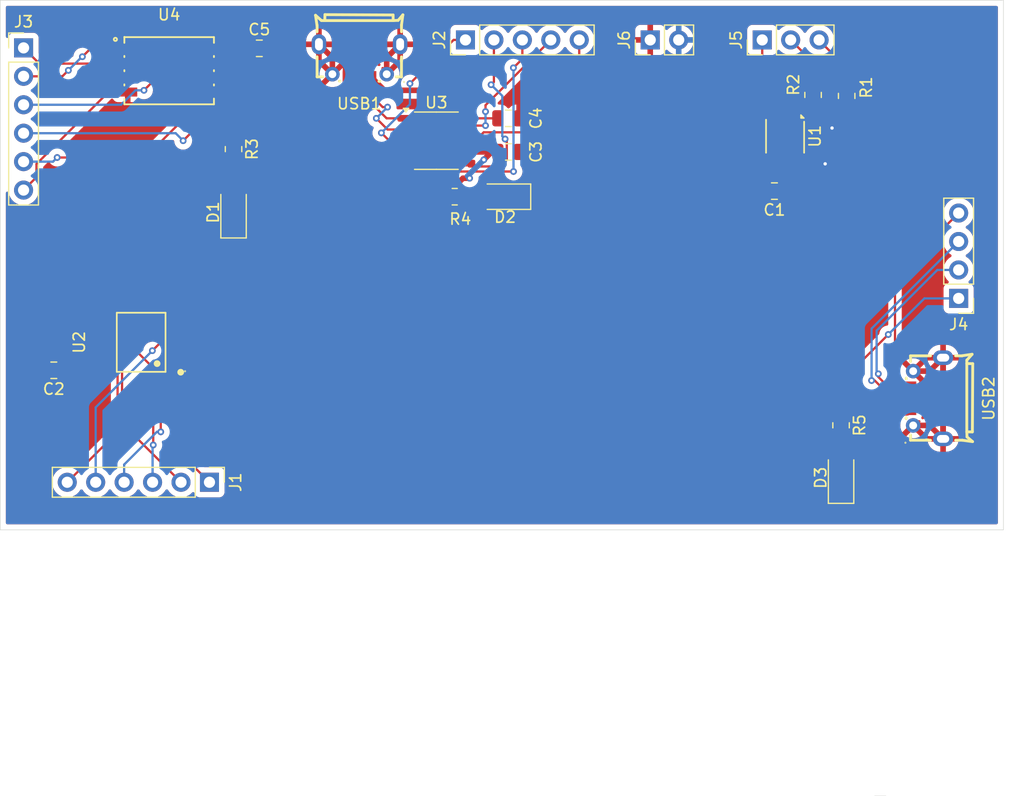
<source format=kicad_pcb>
(kicad_pcb (version 20240108) (generator "pcbnew") (generator_version "8.0")
  (layers (0 "F.Cu" signal) (31 "B.Cu" signal) (34 "B.Paste" user) (35 "F.Paste" user) (36 "B.SilkS" user "B.Silkscreen") (37 "F.SilkS" user "F.Silkscreen") (38 "B.Mask" user) (39 "F.Mask" user) (44 "Edge.Cuts" user))
  (net 0 "")
  (net 1 "+3V3")
  (net 2 "GND")
  (net 3 "VCC")
  (net 4 "Net-(U3-V3)")
  (net 5 "Net-(D1-A)")
  (net 6 "Net-(D2-A)")
  (net 7 "Net-(D3-A)")
  (net 8 "/SCLK")
  (net 9 "/IO2")
  (net 10 "/IO1")
  (net 11 "/CS")
  (net 12 "/IO3")
  (net 13 "/IO0")
  (net 14 "/DTR")
  (net 15 "/CTS")
  (net 16 "/TX")
  (net 17 "/RX")
  (net 18 "/RTS")
  (net 19 "/DAT0")
  (net 20 "/CMD")
  (net 21 "/SDCLK")
  (net 22 "/DAT1")
  (net 23 "/DAT2")
  (net 24 "/DAT3")
  (net 25 "/ID")
  (net 26 "VBUS")
  (net 27 "/D+")
  (net 28 "/D-")
  (net 29 "/DRDY")
  (net 30 "/SDA")
  (net 31 "/SCL")
  (net 33 "Net-(U3-UD+)")
  (net 34 "Net-(U3-UD-)")
  (footprint "LED_SMD:LED_1206_3216Metric" (layer "F.Cu") (at 197 103.6 90)
    (property "Reference" "D3" (at 0 -1.82 90) (layer "F.SilkS"))
    (property "Value" "USB LED" (hide yes))
    (fp_line (start 1.6 -1.135) (end -2.285 -1.135) (stroke (width 0.12)) (layer "F.SilkS"))
    (fp_line (start -2.285 -1.135) (end -2.285 1.135) (stroke (width 0.12)) (layer "F.SilkS"))
    (fp_line (start -2.285 1.135) (end 1.6 1.135) (stroke (width 0.12)) (layer "F.SilkS"))
    (pad "1" smd roundrect (at -1.4 0 90) (size 1.25 1.75) (layers "F.Cu" "F.Paste" "F.Mask") (roundrect_rratio 0.2) (net 2 "GND"))
    (pad "2" smd roundrect (at 1.4 0 90) (size 1.25 1.75) (layers "F.Cu" "F.Paste" "F.Mask") (roundrect_rratio 0.2) (net 7 "Net-(D3-A)"))
  )
  (footprint "Capacitor_SMD:C_0805_2012Metric" (layer "F.Cu") (at 126.7 94 180)
    (property "Reference" "C2" (at 0 -1.68 360) (layer "F.SilkS"))
    (property "Value" "0.1u" (hide yes))
    (fp_line (start -0.261252 0.735) (end 0.261252 0.735) (stroke (width 0.12)) (layer "F.SilkS"))
    (fp_line (start -0.261252 -0.735) (end 0.261252 -0.735) (stroke (width 0.12)) (layer "F.SilkS"))
    (pad "1" smd roundrect (at -0.95 0 180) (size 1 1.45) (layers "F.Cu" "F.Paste" "F.Mask") (net 1 "+3V3"))
    (pad "2" smd roundrect (at 0.95 0 180) (size 1 1.45) (layers "F.Cu" "F.Paste" "F.Mask") (net 2 "GND"))
  )
  (footprint "Package_SO:SSOP-10-1EP_3.9x4.9mm_P1mm_EP2.1x3.3mm" (layer "F.Cu") (at 160.8625 73.5)
    (property "Reference" "U3" (at 0 -3.4 0) (layer "F.SilkS"))
    (property "Value" "CH340K" (hide yes))
    (fp_line (start 0 -2.56) (end -1.95 -2.56) (stroke (width 0.12)) (layer "F.SilkS"))
    (fp_line (start 0 -2.56) (end 1.95 -2.56) (stroke (width 0.12)) (layer "F.SilkS"))
    (fp_line (start 0 2.56) (end -1.95 2.56) (stroke (width 0.12)) (layer "F.SilkS"))
    (fp_line (start 0 2.56) (end 1.95 2.56) (stroke (width 0.12)) (layer "F.SilkS"))
    (fp_poly (pts (xy -2.7125 -2.56) (xy -2.9525 -2.89) (xy -2.4725 -2.89) (xy -2.7125 -2.56)) (stroke (width 0.12)) (fill solid) (layer "F.SilkS"))
    (pad "1" smd roundrect (at -2.6375 -2) (size 1.675 0.6) (layers "F.Cu" "F.Paste" "F.Mask") (net 33 "Net-(U3-UD+)"))
    (pad "2" smd roundrect (at -2.6375 -1) (size 1.675 0.6) (layers "F.Cu" "F.Paste" "F.Mask") (net 34 "Net-(U3-UD-)"))
    (pad "3" smd roundrect (at -2.6375 0) (size 1.675 0.6) (layers "F.Cu" "F.Paste" "F.Mask") (net 2 "GND"))
    (pad "4" smd roundrect (at -2.6375 1) (size 1.675 0.6) (layers "F.Cu" "F.Paste" "F.Mask") (net 14 "/DTR"))
    (pad "5" smd roundrect (at -2.6375 2) (size 1.675 0.6) (layers "F.Cu" "F.Paste" "F.Mask") (net 15 "/CTS"))
    (pad "6" smd roundrect (at 2.6375 2) (size 1.675 0.6) (layers "F.Cu" "F.Paste" "F.Mask") (net 18 "/RTS"))
    (pad "7" smd roundrect (at 2.6375 1) (size 1.675 0.6) (layers "F.Cu" "F.Paste" "F.Mask") (net 3 "VCC"))
    (pad "8" smd roundrect (at 2.6375 0) (size 1.675 0.6) (layers "F.Cu" "F.Paste" "F.Mask") (net 16 "/TX"))
    (pad "9" smd roundrect (at 2.6375 -1) (size 1.675 0.6) (layers "F.Cu" "F.Paste" "F.Mask") (net 17 "/RX"))
    (pad "10" smd roundrect (at 2.6375 -2) (size 1.675 0.6) (layers "F.Cu" "F.Paste" "F.Mask") (net 4 "Net-(U3-V3)"))
    (pad "11" smd rect (at 0 0) (size 2.1 3.3) (property pad_prop_heatsink) (layers "F.Cu" "F.Mask") (net 2 "GND"))
  )
  (footprint "Capacitor_SMD:C_0805_2012Metric" (layer "F.Cu") (at 191.05 78 180)
    (property "Reference" "C1" (at 0 -1.68 0) (layer "F.SilkS"))
    (property "Value" "0.1u" (hide yes))
    (fp_line (start -0.261252 0.735) (end 0.261252 0.735) (stroke (width 0.12)) (layer "F.SilkS"))
    (fp_line (start -0.261252 -0.735) (end 0.261252 -0.735) (stroke (width 0.12)) (layer "F.SilkS"))
    (pad "1" smd roundrect (at -0.95 0 180) (size 1 1.45) (layers "F.Cu" "F.Paste" "F.Mask") (net 1 "+3V3"))
    (pad "2" smd roundrect (at 0.95 0 180) (size 1 1.45) (layers "F.Cu" "F.Paste" "F.Mask") (net 2 "GND"))
  )
  (footprint "Capacitor_SMD:C_0805_2012Metric" (layer "F.Cu") (at 167.3 71.5 180)
    (property "Reference" "C4" (at -2.45 0 90) (layer "F.SilkS"))
    (property "Value" "0.1u" (hide yes))
    (fp_line (start -0.261252 0.735) (end 0.261252 0.735) (stroke (width 0.12)) (layer "F.SilkS"))
    (fp_line (start -0.261252 -0.735) (end 0.261252 -0.735) (stroke (width 0.12)) (layer "F.SilkS"))
    (pad "1" smd roundrect (at -0.95 0 180) (size 1 1.45) (layers "F.Cu" "F.Paste" "F.Mask") (net 2 "GND"))
    (pad "2" smd roundrect (at 0.95 0 180) (size 1 1.45) (layers "F.Cu" "F.Paste" "F.Mask") (net 4 "Net-(U3-V3)"))
  )
  (footprint "Connector_PinHeader_2.54mm:PinHeader_1x03_P2.54mm_Vertical" (layer "F.Cu") (at 189.96 64.5 90)
    (property "Reference" "J5" (at 0 -2.33 90) (layer "F.SilkS"))
    (property "Value" "I2C" (hide yes))
    (fp_line (start -1.33 -1.33) (end 0 -1.33) (stroke (width 0.12)) (layer "F.SilkS"))
    (fp_line (start -1.33 0) (end -1.33 -1.33) (stroke (width 0.12)) (layer "F.SilkS"))
    (fp_line (start 1.33 1.27) (end 1.33 6.41) (stroke (width 0.12)) (layer "F.SilkS"))
    (fp_line (start -1.33 1.27) (end 1.33 1.27) (stroke (width 0.12)) (layer "F.SilkS"))
    (fp_line (start -1.33 1.27) (end -1.33 6.41) (stroke (width 0.12)) (layer "F.SilkS"))
    (fp_line (start -1.33 6.41) (end 1.33 6.41) (stroke (width 0.12)) (layer "F.SilkS"))
    (pad "1" thru_hole rect (at 0 0 90) (size 1.7 1.7) (drill 1) (layers "*.Cu" "*.Mask") (net 29 "/DRDY"))
    (pad "2" thru_hole oval (at 0 2.54 90) (size 1.7 1.7) (drill 1) (layers "*.Cu" "*.Mask") (net 30 "/SDA"))
    (pad "3" thru_hole oval (at 0 5.08 90) (size 1.7 1.7) (drill 1) (layers "*.Cu" "*.Mask") (net 31 "/SCL"))
  )
  (footprint "Resistor_SMD:R_0805_2012Metric" (layer "F.Cu") (at 194.5 69.4125 90)
    (property "Reference" "R2" (at 0.9125 -1.75 90) (layer "F.SilkS"))
    (property "Value" "4.7k" (hide yes))
    (fp_line (start -0.227064 -0.735) (end 0.227064 -0.735) (stroke (width 0.12)) (layer "F.SilkS"))
    (fp_line (start -0.227064 0.735) (end 0.227064 0.735) (stroke (width 0.12)) (layer "F.SilkS"))
    (pad "1" smd roundrect (at -0.9125 0 90) (size 1.025 1.4) (layers "F.Cu" "F.Paste" "F.Mask") (roundrect_rratio 0.243902) (net 1 "+3V3"))
    (pad "2" smd roundrect (at 0.9125 0 90) (size 1.025 1.4) (layers "F.Cu" "F.Paste" "F.Mask") (roundrect_rratio 0.243902) (net 30 "/SDA"))
  )
  (footprint "Connector_PinHeader_2.54mm:PinHeader_1x04_P2.54mm_Vertical" (layer "F.Cu") (at 207.5 87.58 180)
    (property "Reference" "J4" (at 0 -2.33 0) (layer "F.SilkS"))
    (property "Value" "USB COMMS" (hide yes))
    (fp_line (start 1.33 1.27) (end 1.33 8.95) (stroke (width 0.12)) (layer "F.SilkS"))
    (fp_line (start -1.33 8.95) (end 1.33 8.95) (stroke (width 0.12)) (layer "F.SilkS"))
    (fp_line (start -1.33 1.27) (end 1.33 1.27) (stroke (width 0.12)) (layer "F.SilkS"))
    (fp_line (start -1.33 1.27) (end -1.33 8.95) (stroke (width 0.12)) (layer "F.SilkS"))
    (fp_line (start -1.33 0) (end -1.33 -1.33) (stroke (width 0.12)) (layer "F.SilkS"))
    (fp_line (start -1.33 -1.33) (end 0 -1.33) (stroke (width 0.12)) (layer "F.SilkS"))
    (pad "1" thru_hole rect (at 0 0 180) (size 1.7 1.7) (drill 1) (layers "*.Cu" "*.Mask") (net 26 "VBUS"))
    (pad "2" thru_hole oval (at 0 2.54 180) (size 1.7 1.7) (drill 1) (layers "*.Cu" "*.Mask") (net 27 "/D+"))
    (pad "3" thru_hole oval (at 0 5.08 180) (size 1.7 1.7) (drill 1) (layers "*.Cu" "*.Mask") (net 28 "/D-"))
    (pad "4" thru_hole oval (at 0 7.62 180) (size 1.7 1.7) (drill 1) (layers "*.Cu" "*.Mask") (net 25 "/ID"))
  )
  (footprint "Connector_PinHeader_2.54mm:PinHeader_1x02_P2.54mm_Vertical" (layer "F.Cu") (at 179.96 64.5 90)
    (property "Reference" "J6" (at 0 -2.33 90) (layer "F.SilkS"))
    (property "Value" "PWR" (hide yes))
    (fp_line (start -1.33 -1.33) (end 0 -1.33) (stroke (width 0.12)) (layer "F.SilkS"))
    (fp_line (start -1.33 0) (end -1.33 -1.33) (stroke (width 0.12)) (layer "F.SilkS"))
    (fp_line (start 1.33 1.27) (end 1.33 3.87) (stroke (width 0.12)) (layer "F.SilkS"))
    (fp_line (start -1.33 1.27) (end 1.33 1.27) (stroke (width 0.12)) (layer "F.SilkS"))
    (fp_line (start -1.33 1.27) (end -1.33 3.87) (stroke (width 0.12)) (layer "F.SilkS"))
    (fp_line (start -1.33 3.87) (end 1.33 3.87) (stroke (width 0.12)) (layer "F.SilkS"))
    (pad "1" thru_hole rect (at 0 0 90) (size 1.7 1.7) (drill 1) (layers "*.Cu" "*.Mask") (net 2 "GND"))
    (pad "2" thru_hole oval (at 0 2.54 90) (size 1.7 1.7) (drill 1) (layers "*.Cu" "*.Mask") (net 1 "+3V3"))
  )
  (footprint "LED_SMD:LED_1206_3216Metric" (layer "F.Cu") (at 142.75 79.9 90)
    (property "Reference" "D1" (at 0 -1.82 90) (layer "F.SilkS"))
    (property "Value" "POWER LED" (hide yes))
    (fp_line (start 1.6 -1.135) (end -2.285 -1.135) (stroke (width 0.12)) (layer "F.SilkS"))
    (fp_line (start -2.285 -1.135) (end -2.285 1.135) (stroke (width 0.12)) (layer "F.SilkS"))
    (fp_line (start -2.285 1.135) (end 1.6 1.135) (stroke (width 0.12)) (layer "F.SilkS"))
    (pad "1" smd roundrect (at -1.4 0 90) (size 1.25 1.75) (layers "F.Cu" "F.Paste" "F.Mask") (roundrect_rratio 0.2) (net 2 "GND"))
    (pad "2" smd roundrect (at 1.4 0 90) (size 1.25 1.75) (layers "F.Cu" "F.Paste" "F.Mask") (roundrect_rratio 0.2) (net 5 "Net-(D1-A)"))
  )
  (footprint "footprint:LGA-8_L6.0-W8.0-P1.27-TL" (layer "F.Cu") (at 137 67.25)
    (property "Reference" "U4" (at 0 -5.000127 0) (layer "F.SilkS"))
    (property "Value" "MKDV1GCL-ABA" (hide yes))
    (fp_line (start -4 -3.000127) (end -4 -2.489281) (stroke (width 0.16)) (layer "F.SilkS"))
    (fp_line (start -4 -3.000127) (end 4 -3.000127) (stroke (width 0.16)) (layer "F.SilkS"))
    (fp_line (start -4 -1.32098) (end -4 -1.219279) (stroke (width 0.16)) (layer "F.SilkS"))
    (fp_line (start -4 -0.050978) (end -4 0.050724) (stroke (width 0.16)) (layer "F.SilkS"))
    (fp_line (start -4 1.219025) (end -4 1.320726) (stroke (width 0.16)) (layer "F.SilkS"))
    (fp_line (start -4 2.489027) (end -4 2.999873) (stroke (width 0.16)) (layer "F.SilkS"))
    (fp_line (start -4 2.999873) (end 4 2.999873) (stroke (width 0.16)) (layer "F.SilkS"))
    (fp_line (start 4 -3.000127) (end 4 -2.489281) (stroke (width 0.16)) (layer "F.SilkS"))
    (fp_line (start 4 -1.32098) (end 4 -1.219279) (stroke (width 0.16)) (layer "F.SilkS"))
    (fp_line (start 4 -0.050978) (end 4 0.050724) (stroke (width 0.16)) (layer "F.SilkS"))
    (fp_line (start 4 1.219025) (end 4 1.320726) (stroke (width 0.16)) (layer "F.SilkS"))
    (fp_line (start 4 2.489027) (end 4 2.999873) (stroke (width 0.16)) (layer "F.SilkS"))
    (fp_circle (center -4.8 -2.8) (end -4.658522 -2.8) (stroke (width 0.159995)) (fill none) (layer "F.SilkS"))
    (fp_circle (center -4.000127 -3.000127) (end -3.97013 -3.000127) (stroke (width 0.059995)) (fill none) (layer "F.SilkS"))
    (pad "1" smd rect (at -3.7 -1.905004) (size 1.7 0.8) (layers "F.Cu" "F.Paste" "F.Mask") (net 23 "/DAT2"))
    (pad "2" smd rect (at -3.7 -0.635001) (size 1.7 0.8) (layers "F.Cu" "F.Paste" "F.Mask") (net 24 "/DAT3"))
    (pad "3" smd rect (at -3.7 0.635001) (size 1.7 0.8) (layers "F.Cu" "F.Paste" "F.Mask") (net 21 "/SDCLK"))
    (pad "4" smd rect (at -3.7 1.905004) (size 1.7 0.8) (layers "F.Cu" "F.Paste" "F.Mask") (net 2 "GND"))
    (pad "5" smd rect (at 3.7 1.905004) (size 1.7 0.8) (layers "F.Cu" "F.Paste" "F.Mask") (net 20 "/CMD"))
    (pad "6" smd rect (at 3.7 0.635001) (size 1.7 0.8) (layers "F.Cu" "F.Paste" "F.Mask") (net 19 "/DAT0"))
    (pad "7" smd rect (at 3.7 -0.635001) (size 1.7 0.8) (layers "F.Cu" "F.Paste" "F.Mask") (net 22 "/DAT1"))
    (pad "8" smd rect (at 3.7 -1.905004) (size 1.7 0.8) (layers "F.Cu" "F.Paste" "F.Mask") (net 1 "+3V3"))
  )
  (footprint "Connector_PinHeader_2.54mm:PinHeader_1x06_P2.54mm_Vertical" (layer "F.Cu") (at 124 65.21)
    (property "Reference" "J3" (at 0 -2.33 0) (layer "F.SilkS"))
    (property "Value" "NAND FLASH" (hide yes))
    (fp_line (start -1.33 -1.33) (end 0 -1.33) (stroke (width 0.12)) (layer "F.SilkS"))
    (fp_line (start -1.33 0) (end -1.33 -1.33) (stroke (width 0.12)) (layer "F.SilkS"))
    (fp_line (start -1.33 1.27) (end -1.33 14.03) (stroke (width 0.12)) (layer "F.SilkS"))
    (fp_line (start -1.33 1.27) (end 1.33 1.27) (stroke (width 0.12)) (layer "F.SilkS"))
    (fp_line (start -1.33 14.03) (end 1.33 14.03) (stroke (width 0.12)) (layer "F.SilkS"))
    (fp_line (start 1.33 1.27) (end 1.33 14.03) (stroke (width 0.12)) (layer "F.SilkS"))
    (pad "1" thru_hole rect (at 0 0) (size 1.7 1.7) (drill 1) (layers "*.Cu" "*.Mask") (net 24 "/DAT3"))
    (pad "2" thru_hole oval (at 0 2.54) (size 1.7 1.7) (drill 1) (layers "*.Cu" "*.Mask") (net 23 "/DAT2"))
    (pad "3" thru_hole oval (at 0 5.08) (size 1.7 1.7) (drill 1) (layers "*.Cu" "*.Mask") (net 22 "/DAT1"))
    (pad "4" thru_hole oval (at 0 7.62) (size 1.7 1.7) (drill 1) (layers "*.Cu" "*.Mask") (net 19 "/DAT0"))
    (pad "5" thru_hole oval (at 0 10.16) (size 1.7 1.7) (drill 1) (layers "*.Cu" "*.Mask") (net 20 "/CMD"))
    (pad "6" thru_hole oval (at 0 12.7) (size 1.7 1.7) (drill 1) (layers "*.Cu" "*.Mask") (net 21 "/SDCLK"))
  )
  (footprint "Resistor_SMD:R_0805_2012Metric" (layer "F.Cu") (at 162.5 78.5)
    (property "Reference" "R4" (at 0.5 2 0) (layer "F.SilkS"))
    (property "Value" "330" (hide yes))
    (fp_line (start -0.227064 -0.735) (end 0.227064 -0.735) (stroke (width 0.12)) (layer "F.SilkS"))
    (fp_line (start -0.227064 0.735) (end 0.227064 0.735) (stroke (width 0.12)) (layer "F.SilkS"))
    (pad "1" smd roundrect (at -0.9125 0) (size 1.025 1.4) (layers "F.Cu" "F.Paste" "F.Mask") (roundrect_rratio 0.243902) (net 3 "VCC"))
    (pad "2" smd roundrect (at 0.9125 0) (size 1.025 1.4) (layers "F.Cu" "F.Paste" "F.Mask") (roundrect_rratio 0.243902) (net 6 "Net-(D2-A)"))
  )
  (footprint "Capacitor_SMD:C_0805_2012Metric" (layer "F.Cu") (at 145.05 65.25)
    (property "Reference" "C5" (at 0 -1.68 0) (layer "F.SilkS"))
    (property "Value" "0.1u" (hide yes))
    (fp_line (start -0.261252 -0.735) (end 0.261252 -0.735) (stroke (width 0.12)) (layer "F.SilkS"))
    (fp_line (start -0.261252 0.735) (end 0.261252 0.735) (stroke (width 0.12)) (layer "F.SilkS"))
    (pad "1" smd roundrect (at -0.95 0) (size 1 1.45) (layers "F.Cu" "F.Paste" "F.Mask") (net 1 "+3V3"))
    (pad "2" smd roundrect (at 0.95 0) (size 1 1.45) (layers "F.Cu" "F.Paste" "F.Mask") (net 2 "GND"))
  )
  (footprint "Capacitor_SMD:C_0805_2012Metric" (layer "F.Cu") (at 167.3 74.5)
    (property "Reference" "C3" (at 2.45 0 90) (layer "F.SilkS"))
    (property "Value" "0.1u" (hide yes))
    (fp_line (start -0.261252 -0.735) (end 0.261252 -0.735) (stroke (width 0.12)) (layer "F.SilkS"))
    (fp_line (start -0.261252 0.735) (end 0.261252 0.735) (stroke (width 0.12)) (layer "F.SilkS"))
    (pad "1" smd roundrect (at -0.95 0) (size 1 1.45) (layers "F.Cu" "F.Paste" "F.Mask") (net 3 "VCC"))
    (pad "2" smd roundrect (at 0.95 0) (size 1 1.45) (layers "F.Cu" "F.Paste" "F.Mask") (net 2 "GND"))
  )
  (footprint "footprint:MICRO-USB-SMD_MICROXNJ" (layer "F.Cu") (at 154 66.487757 180)
    (property "Reference" "USB1" (at 0.029997 -3.70729 0) (layer "F.SilkS"))
    (property "Value" "MICROXNJ" (hide yes))
    (fp_line (start 3.929997 4.189992) (end 3.8 3.304293) (stroke (width 0.254)) (layer "F.SilkS"))
    (fp_line (start 3.789992 2.711811) (end 3.789992 3.304293) (stroke (width 0.254)) (layer "F.SilkS"))
    (fp_line (start 3.789992 -1.310008) (end 3.789992 0.480823) (stroke (width 0.254)) (layer "F.SilkS"))
    (fp_line (start 3.4 3.714986) (end 3.929997 4.189992) (stroke (width 0.254)) (layer "F.SilkS"))
    (fp_line (start 3.273787 -1.310008) (end 3.789992 -1.310008) (stroke (width 0.254)) (layer "F.SilkS"))
    (fp_line (start 3.1 3.714986) (end 3.4 3.714986) (stroke (width 0.254)) (layer "F.SilkS"))
    (fp_line (start 3.089992 4.244983) (end 3.1 3.714986) (stroke (width 0.254)) (layer "F.SilkS"))
    (fp_line (start 1.73114 -1.693218) (end 1.798984 -1.692964) (stroke (width 0.254)) (layer "F.SilkS"))
    (fp_line (start -1.813589 -1.70729) (end -1.731115 -1.70696) (stroke (width 0.254)) (layer "F.SilkS"))
    (fp_line (start -3 4.214986) (end 3.089992 4.244983) (stroke (width 0.254)) (layer "F.SilkS"))
    (fp_line (start -3 3.714986) (end 3.1 3.714986) (stroke (width 0.254)) (layer "F.SilkS"))
    (fp_line (start -3 3.714986) (end -3 4.214986) (stroke (width 0.254)) (layer "F.SilkS"))
    (fp_line (start -3 3.714986) (end -3.449987 3.734976) (stroke (width 0.254)) (layer "F.SilkS"))
    (fp_line (start -3.449987 3.734976) (end -3.870003 4.229997) (stroke (width 0.254)) (layer "F.SilkS"))
    (fp_line (start -3.732715 0.275159) (end -3.731877 0.100584) (stroke (width 0.254)) (layer "F.SilkS"))
    (fp_line (start -3.735001 0.275514) (end -3.731293 0.067742) (stroke (width 0.254)) (layer "F.SilkS"))
    (fp_line (start -3.745466 3.31524) (end -3.745466 2.719152) (stroke (width 0.254)) (layer "F.SilkS"))
    (fp_line (start -3.745466 0.473482) (end -3.745466 -1.310008) (stroke (width 0.254)) (layer "F.SilkS"))
    (fp_line (start -3.745466 -1.310008) (end -3.273711 -1.310008) (stroke (width 0.254)) (layer "F.SilkS"))
    (fp_line (start -3.870003 4.229997) (end -3.745466 3.31524) (stroke (width 0.254)) (layer "F.SilkS"))
    (fp_circle (center -3.970028 -1.765888) (end -3.940056 -1.765888) (stroke (width 0.059995)) (fill none) (layer "F.SilkS"))
    (pad "1" smd rect (at -1.299975 -1.596469 90) (size 1.6 0.4) (layers "F.Cu" "F.Paste" "F.Mask") (net 3 "VCC"))
    (pad "2" smd rect (at -0.649987 -1.596469 90) (size 1.6 0.4) (layers "F.Cu" "F.Paste" "F.Mask") (net 34 "Net-(U3-UD-)"))
    (pad "3" smd rect (at 0 -1.596469 90) (size 1.6 0.4) (layers "F.Cu" "F.Paste" "F.Mask") (net 33 "Net-(U3-UD+)"))
    (pad "4" smd rect (at 0.649987 -1.596469 90) (size 1.6 0.4) (layers "F.Cu" "F.Paste" "F.Mask") (net 2 "GND"))
    (pad "5" smd rect (at 1.299975 -1.596469 90) (size 1.6 0.4) (layers "F.Cu" "F.Paste" "F.Mask") (net 2 "GND"))
    (pad "6" thru_hole circle (at 2.424943 -1.07399 180) (size 1.3 1.3) (drill 0.700025) (layers "*.Cu" "*.Mask") (net 2 "GND"))
    (pad "7" thru_hole oval (at 3.624841 1.596317 180) (size 1.3 1.8) (drill oval 0.700025 1.1) (layers "*.Cu" "*.Mask") (net 2 "GND"))
    (pad "8" thru_hole oval (at -3.624841 1.596317 180) (size 1.3 1.8) (drill oval 0.700025 1.1) (layers "*.Cu" "*.Mask") (net 2 "GND"))
    (pad "9" thru_hole circle (at -2.424943 -1.073736 180) (size 1.3 1.3) (drill 0.700025) (layers "*.Cu" "*.Mask") (net 2 "GND"))
  )
  (footprint "Connector_PinHeader_2.54mm:PinHeader_1x05_P2.54mm_Vertical" (layer "F.Cu") (at 163.46 64.5 90)
    (property "Reference" "J2" (at 0 -2.33 90) (layer "F.SilkS"))
    (property "Value" "USB_TO_UART" (hide yes))
    (fp_line (start -1.33 -1.33) (end 0 -1.33) (stroke (width 0.12)) (layer "F.SilkS"))
    (fp_line (start -1.33 0) (end -1.33 -1.33) (stroke (width 0.12)) (layer "F.SilkS"))
    (fp_line (start 1.33 1.27) (end 1.33 11.49) (stroke (width 0.12)) (layer "F.SilkS"))
    (fp_line (start -1.33 1.27) (end 1.33 1.27) (stroke (width 0.12)) (layer "F.SilkS"))
    (fp_line (start -1.33 1.27) (end -1.33 11.49) (stroke (width 0.12)) (layer "F.SilkS"))
    (fp_line (start -1.33 11.49) (end 1.33 11.49) (stroke (width 0.12)) (layer "F.SilkS"))
    (pad "1" thru_hole rect (at 0 0 90) (size 1.7 1.7) (drill 1) (layers "*.Cu" "*.Mask") (net 14 "/DTR"))
    (pad "2" thru_hole oval (at 0 2.54 90) (size 1.7 1.7) (drill 1) (layers "*.Cu" "*.Mask") (net 18 "/RTS"))
    (pad "3" thru_hole oval (at 0 5.08 90) (size 1.7 1.7) (drill 1) (layers "*.Cu" "*.Mask") (net 15 "/CTS"))
    (pad "4" thru_hole oval (at 0 7.62 90) (size 1.7 1.7) (drill 1) (layers "*.Cu" "*.Mask") (net 17 "/RX"))
    (pad "5" thru_hole oval (at 0 10.16 90) (size 1.7 1.7) (drill 1) (layers "*.Cu" "*.Mask") (net 16 "/TX"))
  )
  (footprint "Resistor_SMD:R_0805_2012Metric" (layer "F.Cu") (at 142.75 74.25 -90)
    (property "Reference" "R3" (at 0 -1.65 90) (layer "F.SilkS"))
    (property "Value" "330" (hide yes))
    (fp_line (start -0.227064 0.735) (end 0.227064 0.735) (stroke (width 0.12)) (layer "F.SilkS"))
    (fp_line (start -0.227064 -0.735) (end 0.227064 -0.735) (stroke (width 0.12)) (layer "F.SilkS"))
    (pad "1" smd roundrect (at -0.9125 0 270) (size 1.025 1.4) (layers "F.Cu" "F.Paste" "F.Mask") (roundrect_rratio 0.243902) (net 1 "+3V3"))
    (pad "2" smd roundrect (at 0.9125 0 270) (size 1.025 1.4) (layers "F.Cu" "F.Paste" "F.Mask") (roundrect_rratio 0.243902) (net 5 "Net-(D1-A)"))
  )
  (footprint "LED_SMD:LED_1206_3216Metric" (layer "F.Cu") (at 167 78.5 180)
    (property "Reference" "D2" (at 0 -1.82 0) (layer "F.SilkS"))
    (property "Value" "USB_TO_UART LED" (hide yes))
    (fp_line (start 1.6 -1.135) (end -2.285 -1.135) (stroke (width 0.12)) (layer "F.SilkS"))
    (fp_line (start -2.285 1.135) (end 1.6 1.135) (stroke (width 0.12)) (layer "F.SilkS"))
    (fp_line (start -2.285 -1.135) (end -2.285 1.135) (stroke (width 0.12)) (layer "F.SilkS"))
    (pad "1" smd roundrect (at -1.4 0 180) (size 1.25 1.75) (layers "F.Cu" "F.Paste" "F.Mask") (roundrect_rratio 0.2) (net 2 "GND"))
    (pad "2" smd roundrect (at 1.4 0 180) (size 1.25 1.75) (layers "F.Cu" "F.Paste" "F.Mask") (roundrect_rratio 0.2) (net 6 "Net-(D2-A)"))
  )
  (footprint "Resistor_SMD:R_0805_2012Metric" (layer "F.Cu") (at 197.5 69.5 90)
    (property "Reference" "R1" (at 0.75 1.75 -90) (layer "F.SilkS"))
    (property "Value" "4.7k" (hide yes))
    (fp_line (start -0.227064 -0.735) (end 0.227064 -0.735) (stroke (width 0.12)) (layer "F.SilkS"))
    (fp_line (start -0.227064 0.735) (end 0.227064 0.735) (stroke (width 0.12)) (layer "F.SilkS"))
    (pad "1" smd roundrect (at -0.9125 0 90) (size 1.025 1.4) (layers "F.Cu" "F.Paste" "F.Mask") (roundrect_rratio 0.243902) (net 1 "+3V3"))
    (pad "2" smd roundrect (at 0.9125 0 90) (size 1.025 1.4) (layers "F.Cu" "F.Paste" "F.Mask") (roundrect_rratio 0.243902) (net 31 "/SCL"))
  )
  (footprint "Connector_PinHeader_2.54mm:PinHeader_1x06_P2.54mm_Vertical" (layer "F.Cu") (at 140.6 104 -90)
    (property "Reference" "J1" (at 0 -2.33 90) (layer "F.SilkS"))
    (property "Value" "NOR FLASH CONN" (hide yes))
    (fp_line (start -1.33 14.03) (end 1.33 14.03) (stroke (width 0.12)) (layer "F.SilkS"))
    (fp_line (start -1.33 1.27) (end -1.33 14.03) (stroke (width 0.12)) (layer "F.SilkS"))
    (fp_line (start -1.33 1.27) (end 1.33 1.27) (stroke (width 0.12)) (layer "F.SilkS"))
    (fp_line (start 1.33 1.27) (end 1.33 14.03) (stroke (width 0.12)) (layer "F.SilkS"))
    (fp_line (start -1.33 0) (end -1.33 -1.33) (stroke (width 0.12)) (layer "F.SilkS"))
    (fp_line (start -1.33 -1.33) (end 0 -1.33) (stroke (width 0.12)) (layer "F.SilkS"))
    (pad "1" thru_hole rect (at 0 0 270) (size 1.7 1.7) (drill 1) (layers "*.Cu" "*.Mask") (net 11 "/CS"))
    (pad "2" thru_hole oval (at 0 2.54 270) (size 1.7 1.7) (drill 1) (layers "*.Cu" "*.Mask") (net 8 "/SCLK"))
    (pad "3" thru_hole oval (at 0 5.08 270) (size 1.7 1.7) (drill 1) (layers "*.Cu" "*.Mask") (net 13 "/IO0"))
    (pad "4" thru_hole oval (at 0 7.62 270) (size 1.7 1.7) (drill 1) (layers "*.Cu" "*.Mask") (net 10 "/IO1"))
    (pad "5" thru_hole oval (at 0 10.16 270) (size 1.7 1.7) (drill 1) (layers "*.Cu" "*.Mask") (net 9 "/IO2"))
    (pad "6" thru_hole oval (at 0 12.7 270) (size 1.7 1.7) (drill 1) (layers "*.Cu" "*.Mask") (net 12 "/IO3"))
  )
  (footprint "footprint:SOIC-8_L5.3-W5.3-P1.27-LS8.0-BL" (layer "F.Cu") (at 134.5 91.5 90)
    (property "Reference" "U2" (at 0 -5.530099 90) (layer "F.SilkS"))
    (property "Value" "W25Q128JVSIQTR" (hide yes))
    (fp_line (start 2.63871 -2.176403) (end 2.63871 2.176403) (stroke (width 0.1524)) (layer "F.SilkS"))
    (fp_line (start -2.63871 -2.176403) (end 2.63871 -2.176403) (stroke (width 0.1524)) (layer "F.SilkS"))
    (fp_line (start 2.63871 2.176403) (end -2.63871 2.176403) (stroke (width 0.1524)) (layer "F.SilkS"))
    (fp_line (start -2.63871 2.176403) (end -2.63871 -2.176403) (stroke (width 0.1524)) (layer "F.SilkS"))
    (fp_circle (center -1.905004 1.423927) (end -1.75489 1.423927) (stroke (width 0.3)) (fill none) (layer "F.SilkS"))
    (fp_circle (center -2.672339 3.530099) (end -2.522225 3.530099) (stroke (width 0.3)) (fill none) (layer "F.SilkS"))
    (fp_circle (center -2.58509 3.920041) (end -2.555118 3.920041) (stroke (width 0.059995)) (fill none) (layer "F.SilkS"))
    (pad "1" smd oval (at -1.905004 3.530099 90) (size 0.629997 2.250013) (layers "F.Cu" "F.Paste" "F.Mask") (net 11 "/CS"))
    (pad "2" smd oval (at -0.635001 3.530099 90) (size 0.629997 2.250013) (layers "F.Cu" "F.Paste" "F.Mask") (net 10 "/IO1"))
    (pad "3" smd oval (at 0.635001 3.530099 90) (size 0.629997 2.250013) (layers "F.Cu" "F.Paste" "F.Mask") (net 9 "/IO2"))
    (pad "4" smd oval (at 1.905004 3.530099 90) (size 0.629997 2.250013) (layers "F.Cu" "F.Paste" "F.Mask") (net 2 "GND"))
    (pad "5" smd oval (at 1.905004 -3.530099 90) (size 0.629997 2.250013) (layers "F.Cu" "F.Paste" "F.Mask") (net 13 "/IO0"))
    (pad "6" smd oval (at 0.635001 -3.530099 90) (size 0.629997 2.250013) (layers "F.Cu" "F.Paste" "F.Mask") (net 8 "/SCLK"))
    (pad "7" smd oval (at -0.635001 -3.530099 90) (size 0.629997 2.250013) (layers "F.Cu" "F.Paste" "F.Mask") (net 12 "/IO3"))
    (pad "8" smd oval (at -1.905004 -3.530099 90) (size 0.629997 2.250013) (layers "F.Cu" "F.Paste" "F.Mask") (net 1 "+3V3"))
  )
  (footprint "Resistor_SMD:R_0805_2012Metric" (layer "F.Cu") (at 197 98.9125 -90)
    (property "Reference" "R5" (at 0 -1.65 90) (layer "F.SilkS"))
    (property "Value" "330" (hide yes))
    (fp_line (start -0.227064 0.735) (end 0.227064 0.735) (stroke (width 0.12)) (layer "F.SilkS"))
    (fp_line (start -0.227064 -0.735) (end 0.227064 -0.735) (stroke (width 0.12)) (layer "F.SilkS"))
    (pad "1" smd roundrect (at -0.9125 0 270) (size 1.025 1.4) (layers "F.Cu" "F.Paste" "F.Mask") (roundrect_rratio 0.243902) (net 26 "VBUS"))
    (pad "2" smd roundrect (at 0.9125 0 270) (size 1.025 1.4) (layers "F.Cu" "F.Paste" "F.Mask") (roundrect_rratio 0.243902) (net 7 "Net-(D3-A)"))
  )
  (footprint "Package_SON:Texas_PWSON-N6" (layer "F.Cu") (at 192 73.1 -90)
    (property "Reference" "U1" (at 0 -2.67 90) (layer "F.SilkS"))
    (property "Value" "HDC2080" (hide yes))
    (fp_line (start 1.475 1.7) (end -1.475 1.7) (stroke (width 0.15)) (layer "F.SilkS"))
    (fp_line (start 1.475 -1.7) (end -1.3 -1.7) (stroke (width 0.15)) (layer "F.SilkS"))
    (fp_poly (pts (xy -1.62 -1.41) (xy -1.9 -1.41) (xy -1.62 -1.69) (xy -1.62 -1.41)) (stroke (width 0.12)) (fill solid) (layer "F.SilkS"))
    (pad "1" smd roundrect (at -1.4 -0.95 270) (size 0.6 0.4) (layers "F.Cu" "F.Paste" "F.Mask") (net 30 "/SDA"))
    (pad "2" smd roundrect (at -1.4 0 270) (size 0.6 0.4) (layers "F.Cu" "F.Paste" "F.Mask") (net 2 "GND"))
    (pad "3" smd roundrect (at -1.4 0.95 270) (size 0.6 0.4) (layers "F.Cu" "F.Paste" "F.Mask") (net 2 "GND"))
    (pad "4" smd roundrect (at 1.4 0.95 270) (size 0.6 0.4) (layers "F.Cu" "F.Paste" "F.Mask") (net 29 "/DRDY"))
    (pad "5" smd roundrect (at 1.4 0 270) (size 0.6 0.4) (layers "F.Cu" "F.Paste" "F.Mask") (net 1 "+3V3"))
    (pad "6" smd roundrect (at 1.4 -0.95 270) (size 0.6 0.4) (layers "F.Cu" "F.Paste" "F.Mask") (net 31 "/SCL"))
    (pad "7" smd rect (at 0 0 270) (size 1.5 2.4) (layers "F.Cu" "F.Mask"))
  )
  (footprint "footprint:MICRO-USB-SMD_MICROXNJ" (layer "F.Cu") (at 204.512243 96.5 90)
    (property "Reference" "USB2" (at -0.02 5.672757 90) (layer "F.SilkS"))
    (property "Value" "MICROXNJ" (hide yes))
    (fp_line (start -1.813589 -1.70729) (end -1.731115 -1.70696) (stroke (width 0.254)) (layer "F.SilkS"))
    (fp_line (start 1.73114 -1.693218) (end 1.798984 -1.692964) (stroke (width 0.254)) (layer "F.SilkS"))
    (fp_line (start 3.789992 -1.310008) (end 3.789992 0.480823) (stroke (width 0.254)) (layer "F.SilkS"))
    (fp_line (start 3.273787 -1.310008) (end 3.789992 -1.310008) (stroke (width 0.254)) (layer "F.SilkS"))
    (fp_line (start -3.745466 -1.310008) (end -3.273711 -1.310008) (stroke (width 0.254)) (layer "F.SilkS"))
    (fp_line (start -3.732715 0.275159) (end -3.731877 0.100584) (stroke (width 0.254)) (layer "F.SilkS"))
    (fp_line (start -3.735001 0.275514) (end -3.731293 0.067742) (stroke (width 0.254)) (layer "F.SilkS"))
    (fp_line (start -3.745466 0.473482) (end -3.745466 -1.310008) (stroke (width 0.254)) (layer "F.SilkS"))
    (fp_line (start 3.789992 2.711811) (end 3.789992 3.304293) (stroke (width 0.254)) (layer "F.SilkS"))
    (fp_line (start -3.745466 3.31524) (end -3.745466 2.719152) (stroke (width 0.254)) (layer "F.SilkS"))
    (fp_line (start 3.4 3.714986) (end 3.929997 4.189992) (stroke (width 0.254)) (layer "F.SilkS"))
    (fp_line (start 3.1 3.714986) (end 3.4 3.714986) (stroke (width 0.254)) (layer "F.SilkS"))
    (fp_line (start -3 3.714986) (end 3.1 3.714986) (stroke (width 0.254)) (layer "F.SilkS"))
    (fp_line (start -3 3.714986) (end -3.449987 3.734976) (stroke (width 0.254)) (layer "F.SilkS"))
    (fp_line (start -3 3.714986) (end -3 4.214986) (stroke (width 0.254)) (layer "F.SilkS"))
    (fp_line (start -3.449987 3.734976) (end -3.870003 4.229997) (stroke (width 0.254)) (layer "F.SilkS"))
    (fp_line (start 3.929997 4.189992) (end 3.8 3.304293) (stroke (width 0.254)) (layer "F.SilkS"))
    (fp_line (start -3 4.214986) (end 3.089992 4.244983) (stroke (width 0.254)) (layer "F.SilkS"))
    (fp_line (start -3.870003 4.229997) (end -3.745466 3.31524) (stroke (width 0.254)) (layer "F.SilkS"))
    (fp_line (start 3.089992 4.244983) (end 3.1 3.714986) (stroke (width 0.254)) (layer "F.SilkS"))
    (fp_circle (center -3.970028 -1.765888) (end -3.940056 -1.765888) (stroke (width 0.059995)) (fill none) (layer "F.SilkS"))
    (pad "1" smd rect (at -1.299975 -1.596469) (size 1.6 0.4) (layers "F.Cu" "F.Paste" "F.Mask") (net 26 "VBUS"))
    (pad "2" smd rect (at -0.649987 -1.596469) (size 1.6 0.4) (layers "F.Cu" "F.Paste" "F.Mask") (net 28 "/D-"))
    (pad "3" smd rect (at 0 -1.596469) (size 1.6 0.4) (layers "F.Cu" "F.Paste" "F.Mask") (net 27 "/D+"))
    (pad "4" smd rect (at 0.649987 -1.596469) (size 1.6 0.4) (layers "F.Cu" "F.Paste" "F.Mask") (net 25 "/ID"))
    (pad "5" smd rect (at 1.299975 -1.596469) (size 1.6 0.4) (layers "F.Cu" "F.Paste" "F.Mask") (net 2 "GND"))
    (pad "6" thru_hole circle (at 2.424943 -1.07399 90) (size 1.3 1.3) (drill 0.700025) (layers "*.Cu" "*.Mask") (net 2 "GND"))
    (pad "7" thru_hole oval (at 3.624841 1.596317 90) (size 1.3 1.8) (drill oval 0.700025 1.1) (layers "*.Cu" "*.Mask") (net 2 "GND"))
    (pad "8" thru_hole oval (at -3.624841 1.596317 90) (size 1.3 1.8) (drill oval 0.700025 1.1) (layers "*.Cu" "*.Mask") (net 2 "GND"))
    (pad "9" thru_hole circle (at -2.424943 -1.073736 90) (size 1.3 1.3) (drill 0.700025) (layers "*.Cu" "*.Mask") (net 2 "GND"))
  )
  (gr_rect (start 200 132) (end 201 132) (stroke (width 0.05)) (fill none) (layer "Edge.Cuts"))
  (gr_rect (start 121.92 60.96) (end 211.5 108.25) (stroke (width 0.05)) (fill none) (layer "Edge.Cuts"))
  (segment (start 142.75 73.3375) (end 128.422182 87.665318) (width 0.5) (layer "F.Cu") (net 1))
  (segment (start 128.244996 93.405004) (end 129.54 93.405004) (width 0.5) (layer "F.Cu") (net 1))
  (segment (start 143 65.25) (end 142.905004 65.344996) (width 0.2) (layer "F.Cu") (net 1))
  (segment (start 127.65 94) (end 128.244996 93.405004) (width 0.2) (layer "F.Cu") (net 1))
  (segment (start 129.54 93.405004) (end 130.969901 93.405004) (width 0.5) (layer "F.Cu") (net 1))
  (segment (start 194.5 70.325) (end 197.4125 70.325) (width 0.5) (layer "F.Cu") (net 1))
  (segment (start 144.1 65.25) (end 143 65.25) (width 0.5) (layer "F.Cu") (net 1))
  (segment (start 144.1 65.25) (end 144.1 71.9875) (width 0.5) (layer "F.Cu") (net 1))
  (segment (start 197.4125 70.325) (end 197.5 70.4125) (width 0.2) (layer "F.Cu") (net 1))
  (segment (start 192.635 75.565) (end 192 76.2) (width 0.5) (layer "F.Cu") (net 1))
  (segment (start 128.422182 87.665318) (end 128.422182 92.287186) (width 0.5) (layer "F.Cu") (net 1))
  (segment (start 128.422182 92.287186) (end 129.54 93.405004) (width 0.5) (layer "F.Cu") (net 1))
  (segment (start 142.905004 65.344996) (end 140.7 65.344996) (width 0.5) (layer "F.Cu") (net 1))
  (segment (start 197.5 70.4125) (end 197.5 71.061214) (width 0.2) (layer "F.Cu") (net 1))
  (segment (start 144.1 71.9875) (end 142.75 73.3375) (width 0.5) (layer "F.Cu") (net 1))
  (segment (start 192 78) (end 192 76.2) (width 0.5) (layer "F.Cu") (net 1))
  (segment (start 195.58 75.565) (end 192.635 75.565) (width 0.5) (layer "F.Cu") (net 1))
  (segment (start 197.5 71.061214) (end 196.193107 72.368107) (width 0.5) (layer "F.Cu") (net 1))
  (segment (start 192 76.2) (end 192 74.5) (width 0.5) (layer "F.Cu") (net 1))
  (via (at 195.58 75.565) (size 0.6) (drill 0.3) (layers "F.Cu" "B.Cu") (net 1))
  (via (at 196.193107 72.368107) (size 0.6) (drill 0.3) (layers "F.Cu" "B.Cu") (net 1))
  (segment (start 196.193107 72.368107) (end 195.58 72.981214) (width 0.5) (layer "B.Cu") (net 1))
  (segment (start 195.58 72.981214) (end 195.58 75.565) (width 0.5) (layer "B.Cu") (net 1))
  (segment (start 151.575057 66.091338) (end 150.375159 64.89144) (width 0.5) (layer "F.Cu") (net 2))
  (segment (start 156.424943 66.091338) (end 157.624841 64.89144) (width 0.5) (layer "F.Cu") (net 2))
  (segment (start 206.10856 92.875159) (end 206.10856 100.124841) (width 0.5) (layer "F.Cu") (net 2))
  (segment (start 157.624841 64.89144) (end 150.375159 64.89144) (width 0.5) (layer "F.Cu") (net 2))
  (segment (start 156.424943 67.561493) (end 156.424943 66.091338) (width 0.5) (layer "F.Cu") (net 2))
  (segment (start 204.908662 94.075057) (end 206.10856 92.875159) (width 0.5) (layer "F.Cu") (net 2))
  (segment (start 197 105) (end 197.36345 105) (width 0.2) (layer "F.Cu") (net 2))
  (segment (start 151.575057 67.561747) (end 151.575057 66.091338) (width 0.5) (layer "F.Cu") (net 2))
  (segment (start 197.36345 105) (end 203.438507 98.924943) (width 0.5) (layer "F.Cu") (net 2))
  (segment (start 203.438253 94.075057) (end 204.908662 94.075057) (width 0.5) (layer "F.Cu") (net 2))
  (segment (start 204.908662 98.924943) (end 206.10856 100.124841) (width 0.5) (layer "F.Cu") (net 2))
  (segment (start 203.438507 98.924943) (end 204.908662 98.924943) (width 0.5) (layer "F.Cu") (net 2))
  (segment (start 163.83 76.85) (end 163.2375 76.85) (width 0.5) (layer "F.Cu") (net 3))
  (segment (start 163.5 74.5) (end 162.662501 74.5) (width 0.2) (layer "F.Cu") (net 3))
  (segment (start 162.2125 71.55) (end 159.6625 69) (width 0.5) (layer "F.Cu") (net 3))
  (segment (start 156.215749 69) (end 155.299975 68.084226) (width 0.5) (layer "F.Cu") (net 3))
  (segment (start 162.662501 74.5) (end 162.2125 74.049999) (width 0.5) (layer "F.Cu") (net 3))
  (segment (start 163.5 74.5) (end 166.35 74.5) (width 0.5) (layer "F.Cu") (net 3))
  (segment (start 159.6625 69) (end 156.215749 69) (width 0.5) (layer "F.Cu") (net 3))
  (segment (start 166.35 74.5) (end 165.799999 74.5) (width 0.2) (layer "F.Cu") (net 3))
  (segment (start 162.2125 74.049999) (end 162.2125 71.55) (width 0.5) (layer "F.Cu") (net 3))
  (segment (start 165.799999 74.5) (end 165.1 75.199999) (width 0.5) (layer "F.Cu") (net 3))
  (segment (start 163.2375 76.85) (end 161.5875 78.5) (width 0.5) (layer "F.Cu") (net 3))
  (via (at 165.1 75.199999) (size 0.6) (drill 0.3) (layers "F.Cu" "B.Cu") (net 3))
  (via (at 163.83 76.85) (size 0.6) (drill 0.3) (layers "F.Cu" "B.Cu") (net 3))
  (segment (start 165.1 75.199999) (end 163.647499 76.652499) (width 0.5) (layer "B.Cu") (net 3))
  (segment (start 163.647499 76.667499) (end 163.83 76.85) (width 0.2) (layer "B.Cu") (net 3))
  (segment (start 163.647499 76.652499) (end 163.647499 76.667499) (width 0.2) (layer "B.Cu") (net 3))
  (segment (start 163.5 71.5) (end 166.35 71.5) (width 0.2) (layer "F.Cu") (net 4))
  (segment (start 142.75 75.1625) (end 142.75 78.5) (width 0.2) (layer "F.Cu") (net 5))
  (segment (start 163.4125 78.5) (end 165.6 78.5) (width 0.2) (layer "F.Cu") (net 6))
  (segment (start 197 99.825) (end 197 102.2) (width 0.2) (layer "F.Cu") (net 7))
  (segment (start 131.379647 90.864999) (end 132.794908 92.28026) (width 0.2) (layer "F.Cu") (net 8))
  (segment (start 130.969901 90.864999) (end 131.379647 90.864999) (width 0.2) (layer "F.Cu") (net 8))
  (segment (start 132.794908 98.734908) (end 138.06 104) (width 0.2) (layer "F.Cu") (net 8))
  (segment (start 132.794908 92.28026) (end 132.794908 98.734908) (width 0.2) (layer "F.Cu") (net 8))
  (segment (start 136.885001 90.864999) (end 135.5 92.25) (width 0.2) (layer "F.Cu") (net 9))
  (segment (start 138.030099 90.864999) (end 136.885001 90.864999) (width 0.2) (layer "F.Cu") (net 9))
  (via (at 135.5 92.25) (size 0.6) (drill 0.3) (layers "F.Cu" "B.Cu") (net 9))
  (segment (start 130.44 97.31) (end 130.44 104) (width 0.2) (layer "B.Cu") (net 9))
  (segment (start 135.5 92.25) (end 130.44 97.31) (width 0.2) (layer "B.Cu") (net 9))
  (segment (start 136.25 93.505355) (end 136.25 99.5) (width 0.2) (layer "F.Cu") (net 10))
  (segment (start 138.030099 92.135001) (end 137.620354 92.135001) (width 0.2) (layer "F.Cu") (net 10))
  (segment (start 137.620354 92.135001) (end 136.25 93.505355) (width 0.2) (layer "F.Cu") (net 10))
  (via (at 136.25 99.5) (size 0.6) (drill 0.3) (layers "F.Cu" "B.Cu") (net 10))
  (segment (start 135.901471 99.5) (end 132.98 102.421471) (width 0.2) (layer "B.Cu") (net 10))
  (segment (start 132.98 102.421471) (end 132.98 104) (width 0.2) (layer "B.Cu") (net 10))
  (segment (start 136.25 99.5) (end 135.901471 99.5) (width 0.2) (layer "B.Cu") (net 10))
  (segment (start 138.030099 101.430099) (end 140.6 104) (width 0.2) (layer "F.Cu") (net 11))
  (segment (start 138.030099 93.405004) (end 138.030099 101.430099) (width 0.2) (layer "F.Cu") (net 11))
  (segment (start 132.394908 99.505092) (end 127.9 104) (width 0.2) (layer "F.Cu") (net 12))
  (segment (start 132.394908 92.75) (end 132.394908 99.505092) (width 0.2) (layer "F.Cu") (net 12))
  (segment (start 130.969901 92.135001) (end 131.779909 92.135001) (width 0.2) (layer "F.Cu") (net 12))
  (segment (start 131.779909 92.135001) (end 132.394908 92.75) (width 0.2) (layer "F.Cu") (net 12))
  (segment (start 131.379646 89.594996) (end 135.579265 93.794615) (width 0.2) (layer "F.Cu") (net 13))
  (segment (start 130.969901 89.594996) (end 131.379646 89.594996) (width 0.2) (layer "F.Cu") (net 13))
  (segment (start 135.579265 93.794615) (end 135.579265 100.670735) (width 0.2) (layer "F.Cu") (net 13))
  (via (at 135.579265 100.670735) (size 0.6) (drill 0.3) (layers "F.Cu" "B.Cu") (net 13))
  (segment (start 135.579265 100.670735) (end 135.52 100.73) (width 0.2) (layer "B.Cu") (net 13))
  (segment (start 135.52 100.73) (end 135.52 104) (width 0.2) (layer "B.Cu") (net 13))
  (segment (start 162.4 64.5) (end 163.46 64.5) (width 0.2) (layer "F.Cu") (net 14))
  (segment (start 158.5 68.4) (end 162.4 64.5) (width 0.2) (layer "F.Cu") (net 14))
  (segment (start 158.225 74.5) (end 157.65147 74.5) (width 0.2) (layer "F.Cu") (net 14))
  (segment (start 157.65147 74.5) (end 155.950735 72.799265) (width 0.2) (layer "F.Cu") (net 14))
  (via (at 155.950735 72.799265) (size 0.6) (drill 0.3) (layers "F.Cu" "B.Cu") (net 14))
  (via (at 158.5 68.4) (size 0.6) (drill 0.3) (layers "F.Cu" "B.Cu") (net 14))
  (segment (start 158.5 70.25) (end 158.5 68.4) (width 0.2) (layer "B.Cu") (net 14))
  (segment (start 155.950735 72.799265) (end 158.5 70.25) (width 0.2) (layer "B.Cu") (net 14))
  (segment (start 167.740735 66.990735) (end 168.54 66.19147) (width 0.2) (layer "F.Cu") (net 15))
  (segment (start 158.225 75.5) (end 158.975 76.25) (width 0.2) (layer "F.Cu") (net 15))
  (segment (start 168.54 66.19147) (end 168.54 64.5) (width 0.2) (layer "F.Cu") (net 15))
  (segment (start 158.975 76.25) (end 167.75 76.25) (width 0.2) (layer "F.Cu") (net 15))
  (via (at 167.75 76.25) (size 0.6) (drill 0.3) (layers "F.Cu" "B.Cu") (net 15))
  (via (at 167.740735 66.990735) (size 0.6) (drill 0.3) (layers "F.Cu" "B.Cu") (net 15))
  (segment (start 167.75 76.25) (end 167.75 67) (width 0.2) (layer "B.Cu") (net 15))
  (segment (start 167.75 67) (end 167.740735 66.990735) (width 0.2) (layer "B.Cu") (net 15))
  (segment (start 168.509744 72.75) (end 173.62 67.639744) (width 0.2) (layer "F.Cu") (net 16))
  (segment (start 173.62 67.639744) (end 173.62 64.5) (width 0.2) (layer "F.Cu") (net 16))
  (segment (start 165.087499 72.75) (end 168.509744 72.75) (width 0.2) (layer "F.Cu") (net 16))
  (segment (start 164.337499 73.5) (end 165.087499 72.75) (width 0.2) (layer "F.Cu") (net 16))
  (segment (start 163.5 73.5) (end 164.337499 73.5) (width 0.2) (layer "F.Cu") (net 16))
  (segment (start 163.85 72.15) (end 165.25 72.15) (width 0.2) (layer "F.Cu") (net 17))
  (segment (start 165.25 70.33) (end 171.08 64.5) (width 0.2) (layer "F.Cu") (net 17))
  (segment (start 163.5 72.5) (end 163.85 72.15) (width 0.2) (layer "F.Cu") (net 17))
  (segment (start 165.25 70.9) (end 165.25 70.33) (width 0.2) (layer "F.Cu") (net 17))
  (via (at 165.25 70.9) (size 0.6) (drill 0.3) (layers "F.Cu" "B.Cu") (net 17))
  (via (at 165.25 72.15) (size 0.6) (drill 0.3) (layers "F.Cu" "B.Cu") (net 17))
  (segment (start 165.25 72.15) (end 165.25 70.9) (width 0.2) (layer "B.Cu") (net 17))
  (segment (start 166 68.25) (end 166 64.5) (width 0.2) (layer "F.Cu") (net 18))
  (segment (start 163.799999 75.799999) (end 166.559745 75.799999) (width 0.2) (layer "F.Cu") (net 18))
  (segment (start 167.15 75.209744) (end 167.15 73.5) (width 0.2) (layer "F.Cu") (net 18))
  (segment (start 163.5 75.5) (end 163.799999 75.799999) (width 0.2) (layer "F.Cu") (net 18))
  (segment (start 165.75 68.5) (end 166 68.25) (width 0.2) (layer "F.Cu") (net 18))
  (segment (start 166.559745 75.799999) (end 167.15 75.209744) (width 0.2) (layer "F.Cu") (net 18))
  (segment (start 167.15 73.5) (end 167 73.35) (width 0.2) (layer "F.Cu") (net 18))
  (via (at 167 73.35) (size 0.6) (drill 0.3) (layers "F.Cu" "B.Cu") (net 18))
  (via (at 165.75 68.5) (size 0.6) (drill 0.3) (layers "F.Cu" "B.Cu") (net 18))
  (segment (start 166.75 69.5) (end 165.75 68.5) (width 0.2) (layer "B.Cu") (net 18))
  (segment (start 166.75 73.1) (end 166.75 69.5) (width 0.2) (layer "B.Cu") (net 18))
  (segment (start 167 73.35) (end 166.75 73.1) (width 0.2) (layer "B.Cu") (net 18))
  (segment (start 140.7 67.885001) (end 141.279997 67.885001) (width 0.2) (layer "F.Cu") (net 19))
  (segment (start 141.279997 67.885001) (end 141.85 68.455004) (width 0.2) (layer "F.Cu") (net 19))
  (segment (start 141.85 68.455004) (end 141.85 69.9) (width 0.2) (layer "F.Cu") (net 19))
  (segment (start 141.85 69.9) (end 138.25 73.5) (width 0.2) (layer "F.Cu") (net 19))
  (via (at 138.25 73.5) (size 0.6) (drill 0.3) (layers "F.Cu" "B.Cu") (net 19))
  (segment (start 137.58 72.83) (end 124 72.83) (width 0.2) (layer "B.Cu") (net 19))
  (segment (start 138.25 73.5) (end 137.58 72.83) (width 0.2) (layer "B.Cu") (net 19))
  (segment (start 140.7 69.155004) (end 134.855004 75) (width 0.2) (layer "F.Cu") (net 20))
  (segment (start 134.855004 75) (end 127 75) (width 0.2) (layer "F.Cu") (net 20))
  (via (at 127 75) (size 0.6) (drill 0.3) (layers "F.Cu" "B.Cu") (net 20))
  (segment (start 126.63 75.37) (end 124 75.37) (width 0.2) (layer "B.Cu") (net 20))
  (segment (start 127 75) (end 126.63 75.37) (width 0.2) (layer "B.Cu") (net 20))
  (segment (start 132.85 67.885001) (end 125.15 75.585001) (width 0.2) (layer "F.Cu") (net 21))
  (segment (start 125.15 76.76) (end 124 77.91) (width 0.2) (layer "F.Cu") (net 21))
  (segment (start 133.3 67.885001) (end 132.85 67.885001) (width 0.2) (layer "F.Cu") (net 21))
  (segment (start 125.15 75.585001) (end 125.15 76.76) (width 0.2) (layer "F.Cu") (net 21))
  (segment (start 140.7 66.614999) (end 141.15 66.614999) (width 0.2) (layer "F.Cu") (net 22))
  (segment (start 137.135001 66.614999) (end 134.75 69) (width 0.2) (layer "F.Cu") (net 22))
  (segment (start 141.15 66.614999) (end 137.135001 66.614999) (width 0.2) (layer "F.Cu") (net 22))
  (via (at 134.75 69) (size 0.6) (drill 0.3) (layers "F.Cu" "B.Cu") (net 22))
  (segment (start 132.71 70.29) (end 124 70.29) (width 0.2) (layer "B.Cu") (net 22))
  (segment (start 134.75 69) (end 134 69) (width 0.2) (layer "B.Cu") (net 22))
  (segment (start 134 69) (end 132.71 70.29) (width 0.2) (layer "B.Cu") (net 22))
  (segment (start 133.3 65.344996) (end 129.905004 65.344996) (width 0.2) (layer "F.Cu") (net 23))
  (segment (start 127.464999 67.75) (end 124 67.75) (width 0.2) (layer "F.Cu") (net 23))
  (segment (start 128 67.214999) (end 127.464999 67.75) (width 0.2) (layer "F.Cu") (net 23))
  (segment (start 129.905004 65.344996) (end 129.25 66) (width 0.2) (layer "F.Cu") (net 23))
  (via (at 128 67.214999) (size 0.6) (drill 0.3) (layers "F.Cu" "B.Cu") (net 23))
  (via (at 129.25 66) (size 0.6) (drill 0.3) (layers "F.Cu" "B.Cu") (net 23))
  (segment (start 129.25 66) (end 129.214999 66) (width 0.2) (layer "B.Cu") (net 23))
  (segment (start 129.214999 66) (end 128 67.214999) (width 0.2) (layer "B.Cu") (net 23))
  (segment (start 133.3 66.614999) (end 125.404999 66.614999) (width 0.2) (layer "F.Cu") (net 24))
  (segment (start 125.404999 66.614999) (end 124 65.21) (width 0.2) (layer "F.Cu") (net 24))
  (segment (start 201.915774 95.850013) (end 201.815774 95.750013) (width 0.2) (layer "F.Cu") (net 25))
  (segment (start 201.815774 85.644226) (end 207.5 79.96) (width 0.2) (layer "F.Cu") (net 25))
  (segment (start 202.915774 95.850013) (end 201.915774 95.850013) (width 0.2) (layer "F.Cu") (net 25))
  (segment (start 201.815774 95.750013) (end 201.815774 85.644226) (width 0.2) (layer "F.Cu") (net 25))
  (segment (start 197.200025 97.799975) (end 197 98) (width 0.2) (layer "F.Cu") (net 26))
  (segment (start 197 95.020774) (end 201.215774 90.805) (width 0.2) (layer "F.Cu") (net 26))
  (segment (start 202.915774 97.799975) (end 197.200025 97.799975) (width 0.5) (layer "F.Cu") (net 26))
  (segment (start 197 98) (end 197 95.020774) (width 0.2) (layer "F.Cu") (net 26))
  (via (at 201.215774 90.805) (size 0.6) (drill 0.3) (layers "F.Cu" "B.Cu") (net 26))
  (segment (start 201.215774 90.805) (end 204.440774 87.58) (width 0.2) (layer "B.Cu") (net 26))
  (segment (start 204.440774 87.58) (end 207.5 87.58) (width 0.2) (layer "B.Cu") (net 26))
  (segment (start 201.415774 95.915699) (end 201.415774 95.687575) (width 0.2) (layer "F.Cu") (net 27))
  (segment (start 201.415774 95.687575) (end 200.325521 94.597322) (width 0.2) (layer "F.Cu") (net 27))
  (segment (start 202.100068 96.599993) (end 201.415774 95.915699) (width 0.2) (layer "F.Cu") (net 27))
  (segment (start 202.915774 96.5) (end 202.815781 96.599993) (width 0.2) (layer "F.Cu") (net 27))
  (segment (start 202.815781 96.599993) (end 202.100068 96.599993) (width 0.2) (layer "F.Cu") (net 27))
  (segment (start 202.915774 96.5) (end 202.915774 96.350013) (width 0.2) (layer "F.Cu") (net 27))
  (segment (start 200.325521 94.597322) (end 200.325521 94.314479) (width 0.2) (layer "F.Cu") (net 27))
  (via (at 200.325521 94.314479) (size 0.6) (drill 0.3) (layers "F.Cu" "B.Cu") (net 27))
  (segment (start 205.596397 85.04) (end 207.5 85.04) (width 0.2) (layer "B.Cu") (net 27))
  (segment (start 200.17448 90.461917) (end 205.596397 85.04) (width 0.2) (layer "B.Cu") (net 27))
  (segment (start 200.325521 94.314479) (end 200.17448 94.163438) (width 0.2) (layer "B.Cu") (net 27))
  (segment (start 200.17448 94.163438) (end 200.17448 90.461917) (width 0.2) (layer "B.Cu") (net 27))
  (segment (start 200.965794 95.873993) (end 200.007322 94.915521) (width 0.2) (layer "F.Cu") (net 28))
  (segment (start 202.915774 97.149987) (end 203.065761 97) (width 0.2) (layer "F.Cu") (net 28))
  (segment (start 202.915774 97.149987) (end 202.815781 97.049994) (width 0.2) (layer "F.Cu") (net 28))
  (segment (start 200.965794 96.102087) (end 200.965794 95.873993) (width 0.2) (layer "F.Cu") (net 28))
  (segment (start 202.815781 97.049994) (end 201.913701 97.049994) (width 0.2) (layer "F.Cu") (net 28))
  (segment (start 200.007322 94.915521) (end 199.724479 94.915521) (width 0.2) (layer "F.Cu") (net 28))
  (segment (start 201.913701 97.049994) (end 200.965794 96.102087) (width 0.2) (layer "F.Cu") (net 28))
  (via (at 199.724479 94.915521) (size 0.6) (drill 0.3) (layers "F.Cu" "B.Cu") (net 28))
  (segment (start 199.724479 94.915521) (end 199.724479 90.275521) (width 0.2) (layer "B.Cu") (net 28))
  (segment (start 199.724479 90.275521) (end 207.5 82.5) (width 0.2) (layer "B.Cu") (net 28))
  (segment (start 189.96 73.61) (end 189.96 64.5) (width 0.2) (layer "F.Cu") (net 29))
  (segment (start 190.85 74.5) (end 189.96 73.61) (width 0.2) (layer "F.Cu") (net 29))
  (segment (start 191.05 74.5) (end 190.85 74.5) (width 0.2) (layer "F.Cu") (net 29))
  (segment (start 192.5 64.5) (end 194.5 66.5) (width 0.2) (layer "F.Cu") (net 30))
  (segment (start 194.5 66.5) (end 194.5 68.5) (width 0.2) (layer "F.Cu") (net 30))
  (segment (start 192.95 71.7) (end 192.95 70.05) (width 0.2) (layer "F.Cu") (net 30))
  (segment (start 192.95 70.05) (end 194.5 68.5) (width 0.2) (layer "F.Cu") (net 30))
  (segment (start 195 64.5) (end 197.5 67) (width 0.2) (layer "F.Cu") (net 31))
  (segment (start 198.5 70.909744) (end 198.5 69.5875) (width 0.2) (layer "F.Cu") (net 31))
  (segment (start 194.909744 74.5) (end 198.5 70.909744) (width 0.2) (layer "F.Cu") (net 31))
  (segment (start 197.5 67) (end 197.5 68.5875) (width 0.2) (layer "F.Cu") (net 31))
  (segment (start 198.5 69.5875) (end 197.5 68.5875) (width 0.2) (layer "F.Cu") (net 31))
  (segment (start 195.04 64.5) (end 195 64.5) (width 0.2) (layer "F.Cu") (net 31))
  (segment (start 192.95 74.5) (end 194.909744 74.5) (width 0.2) (layer "F.Cu") (net 31))
  (segment (start 158.225 71.5) (end 156.415774 71.5) (width 0.2) (layer "F.Cu") (net 33))
  (segment (start 156.415774 71.5) (end 154 69.084226) (width 0.2) (layer "F.Cu") (net 33))
  (segment (start 154 69.084226) (end 154 68.084226) (width 0.2) (layer "F.Cu") (net 33))
  (segment (start 154.649987 69.084226) (end 154.649987 68.084226) (width 0.2) (layer "F.Cu") (net 34))
  (segment (start 156.065761 70.5) (end 154.649987 69.084226) (width 0.2) (layer "F.Cu") (net 34))
  (segment (start 158.225 72.5) (end 156.5 72.5) (width 0.2) (layer "F.Cu") (net 34))
  (segment (start 156.5 70.5) (end 156.065761 70.5) (width 0.2) (layer "F.Cu") (net 34))
  (segment (start 156.5 72.5) (end 155.5 71.5) (width 0.2) (layer "F.Cu") (net 34))
  (via (at 156.5 70.5) (size 0.6) (drill 0.3) (layers "F.Cu" "B.Cu") (net 34))
  (via (at 155.5 71.5) (size 0.6) (drill 0.3) (layers "F.Cu" "B.Cu") (net 34))
  (segment (start 155.5 71.5) (end 156.5 70.5) (width 0.2) (layer "B.Cu") (net 34))
  (zone (net 2) (net_name "GND") (layer "F.Cu") (connect_pads (clearance 0.5)) (min_thickness 0.25) (fill yes (thermal_gap 0.5) (thermal_bridge_width 0.5))
    (polygon (pts (xy 121.92 60.96) (xy 213.36 60.96) (xy 213.36 109.22) (xy 121.92 109.22)))
  )
  (zone (net 1) (net_name "+3V3") (layer "B.Cu") (priority 1) (connect_pads (clearance 0.5)) (min_thickness 0.25) (fill yes (thermal_gap 0.5) (thermal_bridge_width 0.5))
    (polygon (pts (xy 121.92 60.96) (xy 213.36 60.96) (xy 213.36 109.22) (xy 121.92 109.22)))
  )
)
</source>
